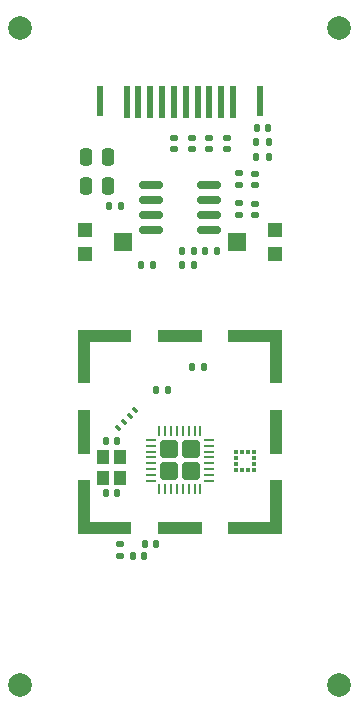
<source format=gbr>
%TF.GenerationSoftware,KiCad,Pcbnew,8.0.1*%
%TF.CreationDate,2025-06-23T19:48:13+12:00*%
%TF.ProjectId,panelrev2,70616e65-6c72-4657-9632-2e6b69636164,rev?*%
%TF.SameCoordinates,Original*%
%TF.FileFunction,Paste,Top*%
%TF.FilePolarity,Positive*%
%FSLAX46Y46*%
G04 Gerber Fmt 4.6, Leading zero omitted, Abs format (unit mm)*
G04 Created by KiCad (PCBNEW 8.0.1) date 2025-06-23 19:48:13*
%MOMM*%
%LPD*%
G01*
G04 APERTURE LIST*
G04 Aperture macros list*
%AMRoundRect*
0 Rectangle with rounded corners*
0 $1 Rounding radius*
0 $2 $3 $4 $5 $6 $7 $8 $9 X,Y pos of 4 corners*
0 Add a 4 corners polygon primitive as box body*
4,1,4,$2,$3,$4,$5,$6,$7,$8,$9,$2,$3,0*
0 Add four circle primitives for the rounded corners*
1,1,$1+$1,$2,$3*
1,1,$1+$1,$4,$5*
1,1,$1+$1,$6,$7*
1,1,$1+$1,$8,$9*
0 Add four rect primitives between the rounded corners*
20,1,$1+$1,$2,$3,$4,$5,0*
20,1,$1+$1,$4,$5,$6,$7,0*
20,1,$1+$1,$6,$7,$8,$9,0*
20,1,$1+$1,$8,$9,$2,$3,0*%
G04 Aperture macros list end*
%ADD10R,1.000000X1.150000*%
%ADD11RoundRect,0.147500X0.172500X-0.147500X0.172500X0.147500X-0.172500X0.147500X-0.172500X-0.147500X0*%
%ADD12RoundRect,0.135000X0.135000X0.185000X-0.135000X0.185000X-0.135000X-0.185000X0.135000X-0.185000X0*%
%ADD13C,2.000000*%
%ADD14RoundRect,0.135000X-0.135000X-0.185000X0.135000X-0.185000X0.135000X0.185000X-0.135000X0.185000X0*%
%ADD15R,1.200000X1.200000*%
%ADD16R,1.500000X1.600000*%
%ADD17RoundRect,0.140000X0.140000X0.170000X-0.140000X0.170000X-0.140000X-0.170000X0.140000X-0.170000X0*%
%ADD18RoundRect,0.250000X0.495000X-0.495000X0.495000X0.495000X-0.495000X0.495000X-0.495000X-0.495000X0*%
%ADD19RoundRect,0.062500X0.062500X-0.337500X0.062500X0.337500X-0.062500X0.337500X-0.062500X-0.337500X0*%
%ADD20RoundRect,0.062500X0.337500X-0.062500X0.337500X0.062500X-0.337500X0.062500X-0.337500X-0.062500X0*%
%ADD21RoundRect,0.075000X-0.070711X0.176777X-0.176777X0.070711X0.070711X-0.176777X0.176777X-0.070711X0*%
%ADD22RoundRect,0.140000X-0.170000X0.140000X-0.170000X-0.140000X0.170000X-0.140000X0.170000X0.140000X0*%
%ADD23RoundRect,0.140000X-0.140000X-0.170000X0.140000X-0.170000X0.140000X0.170000X-0.140000X0.170000X0*%
%ADD24RoundRect,0.250000X0.250000X0.475000X-0.250000X0.475000X-0.250000X-0.475000X0.250000X-0.475000X0*%
%ADD25RoundRect,0.147500X0.147500X0.172500X-0.147500X0.172500X-0.147500X-0.172500X0.147500X-0.172500X0*%
%ADD26RoundRect,0.150000X-0.825000X-0.150000X0.825000X-0.150000X0.825000X0.150000X-0.825000X0.150000X0*%
%ADD27R,0.500000X2.800000*%
%ADD28R,0.600000X2.600000*%
%ADD29R,1.000000X1.000000*%
%ADD30R,1.000000X3.550000*%
%ADD31R,1.000000X3.800000*%
%ADD32R,3.550000X1.000000*%
%ADD33R,3.800000X1.000000*%
%ADD34RoundRect,0.140000X0.170000X-0.140000X0.170000X0.140000X-0.170000X0.140000X-0.170000X-0.140000X0*%
%ADD35RoundRect,0.147500X-0.147500X-0.172500X0.147500X-0.172500X0.147500X0.172500X-0.147500X0.172500X0*%
%ADD36R,0.350000X0.375000*%
%ADD37R,0.375000X0.350000*%
%ADD38RoundRect,0.135000X0.185000X-0.135000X0.185000X0.135000X-0.185000X0.135000X-0.185000X-0.135000X0*%
%ADD39RoundRect,0.075000X0.070711X-0.176777X0.176777X-0.070711X-0.070711X0.176777X-0.176777X0.070711X0*%
G04 APERTURE END LIST*
D10*
%TO.C,Y1*%
X142000000Y-58775000D03*
X142000000Y-60525000D03*
X143400000Y-60525000D03*
X143400000Y-58775000D03*
%TD*%
D11*
%TO.C,D6*%
X151000000Y-32735000D03*
X151000000Y-31765000D03*
%TD*%
D12*
%TO.C,R23*%
X156010000Y-33350000D03*
X154990000Y-33350000D03*
%TD*%
D13*
%TO.C,KiKit_TO_4*%
X162000000Y-78100000D03*
%TD*%
D12*
%TO.C,R24*%
X156010000Y-32150000D03*
X154990000Y-32150000D03*
%TD*%
D14*
%TO.C,R13*%
X149490000Y-51150000D03*
X150510000Y-51150000D03*
%TD*%
D11*
%TO.C,D4*%
X149500000Y-32735000D03*
X149500000Y-31765000D03*
%TD*%
D12*
%TO.C,R3*%
X149710000Y-41300000D03*
X148690000Y-41300000D03*
%TD*%
D15*
%TO.C,RV2*%
X140450000Y-39600000D03*
D16*
X143700000Y-40600000D03*
D15*
X140450000Y-41600000D03*
%TD*%
D13*
%TO.C,KiKit_TO_2*%
X162000000Y-22500000D03*
%TD*%
D17*
%TO.C,C12*%
X143180000Y-61850000D03*
X142220000Y-61850000D03*
%TD*%
D18*
%TO.C,U5*%
X147575000Y-59995000D03*
X149425000Y-59995000D03*
X147575000Y-58145000D03*
X149425000Y-58145000D03*
D19*
X146750000Y-61520000D03*
X147250000Y-61520000D03*
X147750000Y-61520000D03*
X148250000Y-61520000D03*
X148750000Y-61520000D03*
X149250000Y-61520000D03*
X149750000Y-61520000D03*
X150250000Y-61520000D03*
D20*
X150950000Y-60820000D03*
X150950000Y-60320000D03*
X150950000Y-59820000D03*
X150950000Y-59320000D03*
X150950000Y-58820000D03*
X150950000Y-58320000D03*
X150950000Y-57820000D03*
X150950000Y-57320000D03*
D19*
X150250000Y-56620000D03*
X149750000Y-56620000D03*
X149250000Y-56620000D03*
X148750000Y-56620000D03*
X148250000Y-56620000D03*
X147750000Y-56620000D03*
X147250000Y-56620000D03*
X146750000Y-56620000D03*
D20*
X146050000Y-57320000D03*
X146050000Y-57820000D03*
X146050000Y-58320000D03*
X146050000Y-58820000D03*
X146050000Y-59320000D03*
X146050000Y-59820000D03*
X146050000Y-60320000D03*
X146050000Y-60820000D03*
%TD*%
D15*
%TO.C,RV1*%
X156550000Y-41600000D03*
D16*
X153300000Y-40600000D03*
D15*
X156550000Y-39600000D03*
%TD*%
D11*
%TO.C,D5*%
X148000000Y-32735000D03*
X148000000Y-31765000D03*
%TD*%
D17*
%TO.C,C11*%
X143180000Y-57450000D03*
X142220000Y-57450000D03*
%TD*%
D21*
%TO.C,D15*%
X144737437Y-54812563D03*
X144242463Y-55307537D03*
%TD*%
D14*
%TO.C,R2*%
X148690000Y-42500000D03*
X149710000Y-42500000D03*
%TD*%
%TO.C,R4*%
X150590000Y-41300000D03*
X151610000Y-41300000D03*
%TD*%
D22*
%TO.C,C9*%
X153500000Y-34770000D03*
X153500000Y-35730000D03*
%TD*%
D23*
%TO.C,C21*%
X145520000Y-66150000D03*
X146480000Y-66150000D03*
%TD*%
D24*
%TO.C,C10*%
X142450000Y-33350000D03*
X140550000Y-33350000D03*
%TD*%
D25*
%TO.C,L4*%
X145485000Y-67150000D03*
X144515000Y-67150000D03*
%TD*%
D26*
%TO.C,U1*%
X146025000Y-35745000D03*
X146025000Y-37015000D03*
X146025000Y-38285000D03*
X146025000Y-39555000D03*
X150975000Y-39555000D03*
X150975000Y-38285000D03*
X150975000Y-37015000D03*
X150975000Y-35745000D03*
%TD*%
D14*
%TO.C,R17*%
X145190000Y-42500000D03*
X146210000Y-42500000D03*
%TD*%
D24*
%TO.C,C8*%
X142450000Y-35850000D03*
X140550000Y-35850000D03*
%TD*%
D13*
%TO.C,KiKit_TO_1*%
X135000000Y-22500000D03*
%TD*%
D27*
%TO.C,J3*%
X153000000Y-28700000D03*
X152000000Y-28700000D03*
X151000000Y-28700000D03*
X150000000Y-28700000D03*
X149000000Y-28700000D03*
X148000000Y-28700000D03*
X147000000Y-28700000D03*
X146000000Y-28700000D03*
X145000000Y-28700000D03*
X144000000Y-28700000D03*
D28*
X155275000Y-28600000D03*
X141725000Y-28600000D03*
%TD*%
D12*
%TO.C,R12*%
X147510000Y-53150000D03*
X146490000Y-53150000D03*
%TD*%
D29*
%TO.C,J1*%
X140350000Y-48500000D03*
D30*
X140350000Y-50775000D03*
D31*
X140350000Y-56650000D03*
D30*
X140350000Y-62525000D03*
D29*
X140350000Y-64800000D03*
D32*
X142625000Y-48500000D03*
X142625000Y-64800000D03*
D33*
X148500000Y-48500000D03*
X148500000Y-64800000D03*
D32*
X154375000Y-48500000D03*
X154375000Y-64800000D03*
D29*
X156650000Y-48500000D03*
D30*
X156650000Y-50775000D03*
D31*
X156650000Y-56650000D03*
D30*
X156650000Y-62525000D03*
D29*
X156650000Y-64800000D03*
%TD*%
D12*
%TO.C,R16*%
X143510000Y-37500000D03*
X142490000Y-37500000D03*
%TD*%
D11*
%TO.C,D7*%
X152500000Y-32735000D03*
X152500000Y-31765000D03*
%TD*%
D34*
%TO.C,C23*%
X143450000Y-67130000D03*
X143450000Y-66170000D03*
%TD*%
D35*
%TO.C,D16*%
X155015000Y-30950000D03*
X155985000Y-30950000D03*
%TD*%
D13*
%TO.C,KiKit_TO_3*%
X135000000Y-78100000D03*
%TD*%
D36*
%TO.C,U4*%
X154750000Y-58387500D03*
X154250000Y-58387500D03*
X153750000Y-58387500D03*
X153250000Y-58387500D03*
D37*
X153237500Y-58900000D03*
X153237500Y-59400000D03*
D36*
X153250000Y-59912500D03*
X153750000Y-59912500D03*
X154250000Y-59912500D03*
X154750000Y-59912500D03*
D37*
X154762500Y-59400000D03*
X154762500Y-58900000D03*
%TD*%
D34*
%TO.C,C1*%
X154850000Y-38280000D03*
X154850000Y-37320000D03*
%TD*%
D38*
%TO.C,R6*%
X153500000Y-38310000D03*
X153500000Y-37290000D03*
%TD*%
D22*
%TO.C,C2*%
X154850000Y-34790000D03*
X154850000Y-35750000D03*
%TD*%
D39*
%TO.C,D14*%
X143252513Y-56297487D03*
X143747487Y-55802513D03*
%TD*%
M02*

</source>
